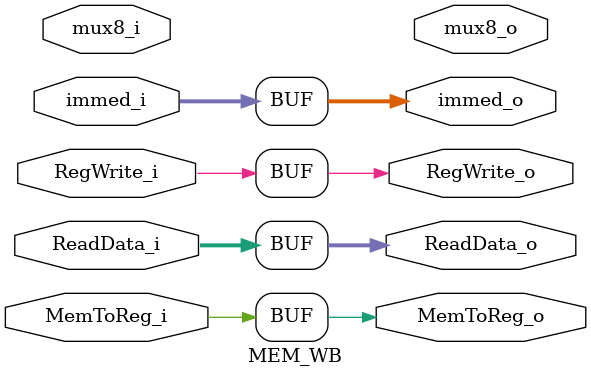
<source format=v>
module MEM_WB(
	MemToReg_i,
	RegWrite_i,
	ReadData_i,
	mux8_i,
	immed_i,
	MemToReg_o,
	RegWrite_o,
	ReadData_o,
	mux8_o,	// connect this to Forwarding Unit
	immed_o
);

input			MemToReg_i, RegWrite_i;
input	[4:0]	mux8_i;
input	[31:0]	ReadData_i, immed_i;

output			MemToReg_o, RegWrite_o;
output	[4:0]	mux8_o;
output	[31:0]	ReadData_o, immed_o;

assign			MemToReg_o = MemToReg_i;
assign			RegWrite_o = RegWrite_i;
assign			ReadData_o = ReadData_i;
assign 			immed_o = immed_i;

endmodule
</source>
